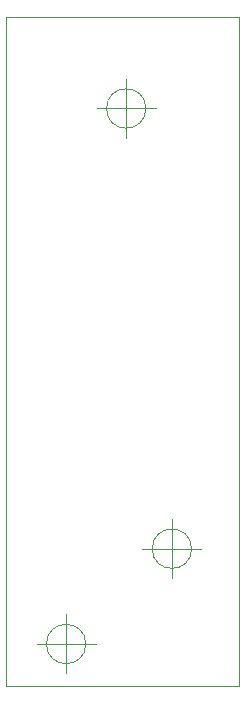
<source format=gbr>
G04 #@! TF.GenerationSoftware,KiCad,Pcbnew,(5.1.9)-1*
G04 #@! TF.CreationDate,2021-06-10T15:01:45-04:00*
G04 #@! TF.ProjectId,6526KernalSwitcherC,36353236-4b65-4726-9e61-6c5377697463,rev?*
G04 #@! TF.SameCoordinates,Original*
G04 #@! TF.FileFunction,Profile,NP*
%FSLAX46Y46*%
G04 Gerber Fmt 4.6, Leading zero omitted, Abs format (unit mm)*
G04 Created by KiCad (PCBNEW (5.1.9)-1) date 2021-06-10 15:01:45*
%MOMM*%
%LPD*%
G01*
G04 APERTURE LIST*
G04 #@! TA.AperFunction,Profile*
%ADD10C,0.050000*%
G04 #@! TD*
G04 APERTURE END LIST*
D10*
X113617166Y-88963500D02*
G75*
G03*
X113617166Y-88963500I-1666666J0D01*
G01*
X109450500Y-88963500D02*
X114450500Y-88963500D01*
X111950500Y-86463500D02*
X111950500Y-91463500D01*
X104663666Y-97028000D02*
G75*
G03*
X104663666Y-97028000I-1666666J0D01*
G01*
X100497000Y-97028000D02*
X105497000Y-97028000D01*
X102997000Y-94528000D02*
X102997000Y-99528000D01*
X109743666Y-51689000D02*
G75*
G03*
X109743666Y-51689000I-1666666J0D01*
G01*
X105577000Y-51689000D02*
X110577000Y-51689000D01*
X108077000Y-49189000D02*
X108077000Y-54189000D01*
X97917000Y-43942000D02*
X99822000Y-43942000D01*
X97917000Y-100584000D02*
X97917000Y-43942000D01*
X117602000Y-43942000D02*
X99822000Y-43942000D01*
X117602000Y-100584000D02*
X117602000Y-43942000D01*
X117602000Y-100584000D02*
X97917000Y-100584000D01*
M02*

</source>
